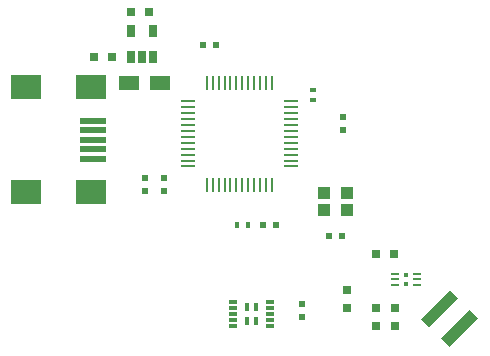
<source format=gtp>
G04 #@! TF.FileFunction,Paste,Top*
%FSLAX46Y46*%
G04 Gerber Fmt 4.6, Leading zero omitted, Abs format (unit mm)*
G04 Created by KiCad (PCBNEW (after 2015-mar-04 BZR unknown)-product) date Sat 21 Nov 2015 03:19:33 PM EST*
%MOMM*%
G01*
G04 APERTURE LIST*
%ADD10C,0.150000*%
%ADD11R,2.301240X0.500380*%
%ADD12R,2.499360X1.998980*%
%ADD13R,0.600000X0.500000*%
%ADD14R,0.500000X0.600000*%
%ADD15R,1.800000X1.230000*%
%ADD16R,0.800000X0.750000*%
%ADD17R,0.400000X0.600000*%
%ADD18R,1.100000X1.000000*%
%ADD19R,1.300000X0.250000*%
%ADD20R,0.250000X1.300000*%
%ADD21R,0.650000X1.060000*%
%ADD22R,0.750000X0.800000*%
%ADD23R,0.600000X0.400000*%
%ADD24R,0.700000X0.250000*%
%ADD25R,0.366000X0.426000*%
%ADD26R,0.650000X0.300000*%
%ADD27R,0.465000X0.744000*%
G04 APERTURE END LIST*
D10*
D11*
X152420320Y-89077800D03*
X152420320Y-89877900D03*
X152420320Y-90678000D03*
X152420320Y-91478100D03*
X152420320Y-92278200D03*
D12*
X152321260Y-86227920D03*
X146822160Y-86227920D03*
X152321260Y-95128080D03*
X146822160Y-95128080D03*
D13*
X172424000Y-98806000D03*
X173524000Y-98806000D03*
X167936000Y-97917000D03*
X166836000Y-97917000D03*
D14*
X173609000Y-88731000D03*
X173609000Y-89831000D03*
D13*
X161756000Y-82677000D03*
X162856000Y-82677000D03*
D14*
X158496000Y-95038000D03*
X158496000Y-93938000D03*
X156845000Y-95038000D03*
X156845000Y-93938000D03*
D15*
X158155000Y-85852000D03*
X155535000Y-85852000D03*
D16*
X154039000Y-83693000D03*
X152539000Y-83693000D03*
X155714000Y-79883000D03*
X157214000Y-79883000D03*
D17*
X164650000Y-97917000D03*
X165550000Y-97917000D03*
D18*
X172024000Y-96635000D03*
X173924000Y-96635000D03*
X173924000Y-95135000D03*
X172024000Y-95135000D03*
D19*
X169196000Y-92920000D03*
X169196000Y-92420000D03*
X169196000Y-91920000D03*
X169196000Y-91420000D03*
X169196000Y-90920000D03*
X169196000Y-90420000D03*
X169196000Y-89920000D03*
X169196000Y-89420000D03*
X169196000Y-88920000D03*
X169196000Y-88420000D03*
X169196000Y-87920000D03*
X169196000Y-87420000D03*
D20*
X167596000Y-85820000D03*
X167096000Y-85820000D03*
X166596000Y-85820000D03*
X166096000Y-85820000D03*
X165596000Y-85820000D03*
X165096000Y-85820000D03*
X164596000Y-85820000D03*
X164096000Y-85820000D03*
X163596000Y-85820000D03*
X163096000Y-85820000D03*
X162596000Y-85820000D03*
X162096000Y-85820000D03*
D19*
X160496000Y-87420000D03*
X160496000Y-87920000D03*
X160496000Y-88420000D03*
X160496000Y-88920000D03*
X160496000Y-89420000D03*
X160496000Y-89920000D03*
X160496000Y-90420000D03*
X160496000Y-90920000D03*
X160496000Y-91420000D03*
X160496000Y-91920000D03*
X160496000Y-92420000D03*
X160496000Y-92920000D03*
D20*
X162096000Y-94520000D03*
X162596000Y-94520000D03*
X163096000Y-94520000D03*
X163596000Y-94520000D03*
X164096000Y-94520000D03*
X164596000Y-94520000D03*
X165096000Y-94520000D03*
X165596000Y-94520000D03*
X166096000Y-94520000D03*
X166596000Y-94520000D03*
X167096000Y-94520000D03*
X167596000Y-94520000D03*
D21*
X155641000Y-83650000D03*
X156591000Y-83650000D03*
X157541000Y-83650000D03*
X157541000Y-81450000D03*
X155641000Y-81450000D03*
D16*
X176415000Y-100330000D03*
X177915000Y-100330000D03*
D22*
X173990000Y-103390000D03*
X173990000Y-104890000D03*
X176403000Y-106414000D03*
X176403000Y-104914000D03*
X178054000Y-106414000D03*
X178054000Y-104914000D03*
D14*
X170180000Y-104606000D03*
X170180000Y-105706000D03*
D10*
G36*
X180239514Y-105808677D02*
X182643677Y-103404514D01*
X183336642Y-104097479D01*
X180932479Y-106501642D01*
X180239514Y-105808677D01*
X180239514Y-105808677D01*
G37*
G36*
X181915358Y-107484521D02*
X184319521Y-105080358D01*
X185012486Y-105773323D01*
X182608323Y-108177486D01*
X181915358Y-107484521D01*
X181915358Y-107484521D01*
G37*
D23*
X171069000Y-87318000D03*
X171069000Y-86418000D03*
D24*
X178018000Y-101989000D03*
X178018000Y-102489000D03*
X178018000Y-102989000D03*
X179868000Y-102989000D03*
X179868000Y-102489000D03*
X179868000Y-101989000D03*
D25*
X178943000Y-102844000D03*
X178943000Y-102134000D03*
D26*
X164312000Y-104410000D03*
X164312000Y-104910000D03*
X164312000Y-105410000D03*
X164312000Y-105910000D03*
X164312000Y-106410000D03*
X167412000Y-106410000D03*
X167412000Y-105910000D03*
X167412000Y-105410000D03*
X167412000Y-104910000D03*
X167412000Y-104410000D03*
D27*
X166249500Y-106030000D03*
X166249500Y-104790000D03*
X165474500Y-106030000D03*
X165474500Y-104790000D03*
M02*

</source>
